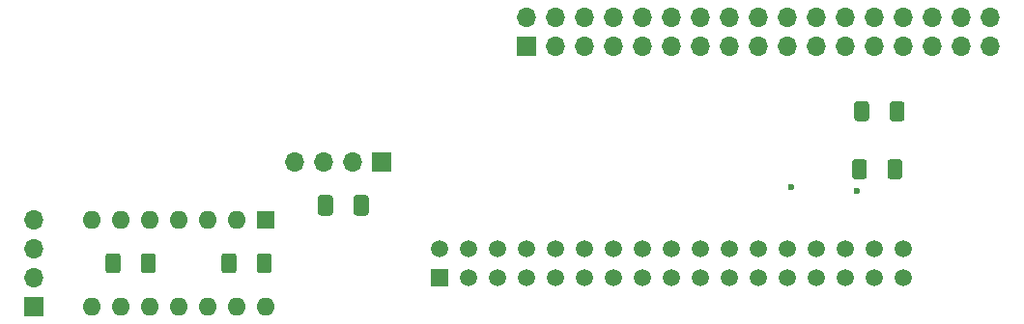
<source format=gbs>
%TF.GenerationSoftware,KiCad,Pcbnew,5.1.9+dfsg1-1*%
%TF.CreationDate,2022-04-01T11:17:58+02:00*%
%TF.ProjectId,AmigaPCDriveAdapter,416d6967-6150-4434-9472-697665416461,2.0*%
%TF.SameCoordinates,Original*%
%TF.FileFunction,Soldermask,Bot*%
%TF.FilePolarity,Negative*%
%FSLAX46Y46*%
G04 Gerber Fmt 4.6, Leading zero omitted, Abs format (unit mm)*
G04 Created by KiCad (PCBNEW 5.1.9+dfsg1-1) date 2022-04-01 11:17:58*
%MOMM*%
%LPD*%
G01*
G04 APERTURE LIST*
%ADD10O,1.600000X1.600000*%
%ADD11R,1.600000X1.600000*%
%ADD12O,1.700000X1.700000*%
%ADD13R,1.700000X1.700000*%
%ADD14C,1.520000*%
%ADD15R,1.520000X1.520000*%
%ADD16C,0.600000*%
G04 APERTURE END LIST*
G36*
G01*
X119732000Y-108485000D02*
X119732000Y-109735000D01*
G75*
G02*
X119482000Y-109985000I-250000J0D01*
G01*
X118682000Y-109985000D01*
G75*
G02*
X118432000Y-109735000I0J250000D01*
G01*
X118432000Y-108485000D01*
G75*
G02*
X118682000Y-108235000I250000J0D01*
G01*
X119482000Y-108235000D01*
G75*
G02*
X119732000Y-108485000I0J-250000D01*
G01*
G37*
G36*
G01*
X122832000Y-108485000D02*
X122832000Y-109735000D01*
G75*
G02*
X122582000Y-109985000I-250000J0D01*
G01*
X121782000Y-109985000D01*
G75*
G02*
X121532000Y-109735000I0J250000D01*
G01*
X121532000Y-108485000D01*
G75*
G02*
X121782000Y-108235000I250000J0D01*
G01*
X122582000Y-108235000D01*
G75*
G02*
X122832000Y-108485000I0J-250000D01*
G01*
G37*
G36*
G01*
X131692000Y-109735000D02*
X131692000Y-108485000D01*
G75*
G02*
X131942000Y-108235000I250000J0D01*
G01*
X132742000Y-108235000D01*
G75*
G02*
X132992000Y-108485000I0J-250000D01*
G01*
X132992000Y-109735000D01*
G75*
G02*
X132742000Y-109985000I-250000J0D01*
G01*
X131942000Y-109985000D01*
G75*
G02*
X131692000Y-109735000I0J250000D01*
G01*
G37*
G36*
G01*
X128592000Y-109735000D02*
X128592000Y-108485000D01*
G75*
G02*
X128842000Y-108235000I250000J0D01*
G01*
X129642000Y-108235000D01*
G75*
G02*
X129892000Y-108485000I0J-250000D01*
G01*
X129892000Y-109735000D01*
G75*
G02*
X129642000Y-109985000I-250000J0D01*
G01*
X128842000Y-109985000D01*
G75*
G02*
X128592000Y-109735000I0J250000D01*
G01*
G37*
G36*
G01*
X186938000Y-101480000D02*
X186938000Y-100230000D01*
G75*
G02*
X187188000Y-99980000I250000J0D01*
G01*
X187988000Y-99980000D01*
G75*
G02*
X188238000Y-100230000I0J-250000D01*
G01*
X188238000Y-101480000D01*
G75*
G02*
X187988000Y-101730000I-250000J0D01*
G01*
X187188000Y-101730000D01*
G75*
G02*
X186938000Y-101480000I0J250000D01*
G01*
G37*
G36*
G01*
X183838000Y-101480000D02*
X183838000Y-100230000D01*
G75*
G02*
X184088000Y-99980000I250000J0D01*
G01*
X184888000Y-99980000D01*
G75*
G02*
X185138000Y-100230000I0J-250000D01*
G01*
X185138000Y-101480000D01*
G75*
G02*
X184888000Y-101730000I-250000J0D01*
G01*
X184088000Y-101730000D01*
G75*
G02*
X183838000Y-101480000I0J250000D01*
G01*
G37*
G36*
G01*
X187138000Y-96400000D02*
X187138000Y-95150000D01*
G75*
G02*
X187388000Y-94900000I250000J0D01*
G01*
X188188000Y-94900000D01*
G75*
G02*
X188438000Y-95150000I0J-250000D01*
G01*
X188438000Y-96400000D01*
G75*
G02*
X188188000Y-96650000I-250000J0D01*
G01*
X187388000Y-96650000D01*
G75*
G02*
X187138000Y-96400000I0J250000D01*
G01*
G37*
G36*
G01*
X184038000Y-96400000D02*
X184038000Y-95150000D01*
G75*
G02*
X184288000Y-94900000I250000J0D01*
G01*
X185088000Y-94900000D01*
G75*
G02*
X185338000Y-95150000I0J-250000D01*
G01*
X185338000Y-96400000D01*
G75*
G02*
X185088000Y-96650000I-250000J0D01*
G01*
X184288000Y-96650000D01*
G75*
G02*
X184038000Y-96400000I0J250000D01*
G01*
G37*
G36*
G01*
X138348000Y-103379999D02*
X138348000Y-104680001D01*
G75*
G02*
X138098001Y-104930000I-249999J0D01*
G01*
X137272999Y-104930000D01*
G75*
G02*
X137023000Y-104680001I0J249999D01*
G01*
X137023000Y-103379999D01*
G75*
G02*
X137272999Y-103130000I249999J0D01*
G01*
X138098001Y-103130000D01*
G75*
G02*
X138348000Y-103379999I0J-249999D01*
G01*
G37*
G36*
G01*
X141473000Y-103379999D02*
X141473000Y-104680001D01*
G75*
G02*
X141223001Y-104930000I-249999J0D01*
G01*
X140397999Y-104930000D01*
G75*
G02*
X140148000Y-104680001I0J249999D01*
G01*
X140148000Y-103379999D01*
G75*
G02*
X140397999Y-103130000I249999J0D01*
G01*
X141223001Y-103130000D01*
G75*
G02*
X141473000Y-103379999I0J-249999D01*
G01*
G37*
D10*
X132480000Y-112920000D03*
X117240000Y-105300000D03*
X129940000Y-112920000D03*
X119780000Y-105300000D03*
X127400000Y-112920000D03*
X122320000Y-105300000D03*
X124860000Y-112920000D03*
X124860000Y-105300000D03*
X122320000Y-112920000D03*
X127400000Y-105300000D03*
X119780000Y-112920000D03*
X129940000Y-105300000D03*
X117240000Y-112920000D03*
D11*
X132480000Y-105300000D03*
D12*
X135020000Y-100220000D03*
X137560000Y-100220000D03*
X140100000Y-100220000D03*
D13*
X142640000Y-100220000D03*
D12*
X112160000Y-105300000D03*
X112160000Y-107840000D03*
X112160000Y-110380000D03*
D13*
X112160000Y-112920000D03*
D14*
X188360000Y-107840000D03*
X188360000Y-110380000D03*
X185820000Y-107840000D03*
X185820000Y-110380000D03*
X183280000Y-107840000D03*
X183280000Y-110380000D03*
X180740000Y-107840000D03*
X180740000Y-110380000D03*
X178200000Y-107840000D03*
X178200000Y-110380000D03*
X175660000Y-107840000D03*
X175660000Y-110380000D03*
X173120000Y-107840000D03*
X173120000Y-110380000D03*
X170580000Y-107840000D03*
X170580000Y-110380000D03*
X168040000Y-107840000D03*
X168040000Y-110380000D03*
X165500000Y-107840000D03*
X165500000Y-110380000D03*
X162960000Y-107840000D03*
X162960000Y-110380000D03*
X160420000Y-107840000D03*
X160420000Y-110380000D03*
X157880000Y-107840000D03*
X157880000Y-110380000D03*
X155340000Y-107840000D03*
X155340000Y-110380000D03*
X152800000Y-107840000D03*
X152800000Y-110380000D03*
X150260000Y-107840000D03*
X150260000Y-110380000D03*
X147720000Y-107840000D03*
D15*
X147720000Y-110380000D03*
D12*
X195980000Y-87520000D03*
X195980000Y-90060000D03*
X193440000Y-87520000D03*
X193440000Y-90060000D03*
X190900000Y-87520000D03*
X190900000Y-90060000D03*
X188360000Y-87520000D03*
X188360000Y-90060000D03*
X185820000Y-87520000D03*
X185820000Y-90060000D03*
X183280000Y-87520000D03*
X183280000Y-90060000D03*
X180740000Y-87520000D03*
X180740000Y-90060000D03*
X178200000Y-87520000D03*
X178200000Y-90060000D03*
X175660000Y-87520000D03*
X175660000Y-90060000D03*
X173120000Y-87520000D03*
X173120000Y-90060000D03*
X170580000Y-87520000D03*
X170580000Y-90060000D03*
X168040000Y-87520000D03*
X168040000Y-90060000D03*
X165500000Y-87520000D03*
X165500000Y-90060000D03*
X162960000Y-87520000D03*
X162960000Y-90060000D03*
X160420000Y-87520000D03*
X160420000Y-90060000D03*
X157880000Y-87520000D03*
X157880000Y-90060000D03*
X155340000Y-87520000D03*
D13*
X155340000Y-90060000D03*
D16*
X178471500Y-102409500D03*
X184260600Y-102770200D03*
M02*

</source>
